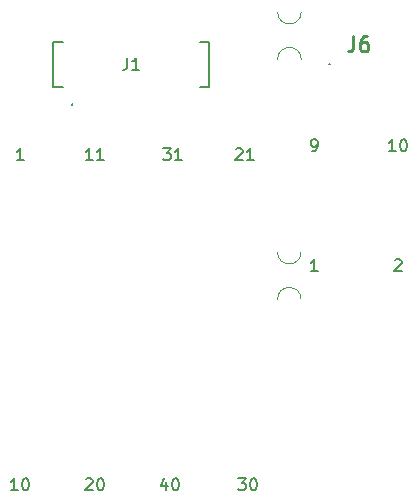
<source format=gbr>
%TF.GenerationSoftware,KiCad,Pcbnew,7.0.10*%
%TF.CreationDate,2024-02-11T00:06:51+01:00*%
%TF.ProjectId,ICOM-Internal-modules,49434f4d-2d49-46e7-9465-726e616c2d6d,rev?*%
%TF.SameCoordinates,Original*%
%TF.FileFunction,Legend,Top*%
%TF.FilePolarity,Positive*%
%FSLAX46Y46*%
G04 Gerber Fmt 4.6, Leading zero omitted, Abs format (unit mm)*
G04 Created by KiCad (PCBNEW 7.0.10) date 2024-02-11 00:06:51*
%MOMM*%
%LPD*%
G01*
G04 APERTURE LIST*
%ADD10C,0.150000*%
%ADD11C,0.254000*%
%ADD12C,0.200000*%
%ADD13C,0.100000*%
G04 APERTURE END LIST*
D10*
X101635160Y-62211057D02*
X101682779Y-62163438D01*
X101682779Y-62163438D02*
X101778017Y-62115819D01*
X101778017Y-62115819D02*
X102016112Y-62115819D01*
X102016112Y-62115819D02*
X102111350Y-62163438D01*
X102111350Y-62163438D02*
X102158969Y-62211057D01*
X102158969Y-62211057D02*
X102206588Y-62306295D01*
X102206588Y-62306295D02*
X102206588Y-62401533D01*
X102206588Y-62401533D02*
X102158969Y-62544390D01*
X102158969Y-62544390D02*
X101587541Y-63115819D01*
X101587541Y-63115819D02*
X102206588Y-63115819D01*
X76044588Y-53717819D02*
X75473160Y-53717819D01*
X75758874Y-53717819D02*
X75758874Y-52717819D01*
X75758874Y-52717819D02*
X75663636Y-52860676D01*
X75663636Y-52860676D02*
X75568398Y-52955914D01*
X75568398Y-52955914D02*
X75473160Y-53003533D01*
X76996969Y-53717819D02*
X76425541Y-53717819D01*
X76711255Y-53717819D02*
X76711255Y-52717819D01*
X76711255Y-52717819D02*
X76616017Y-52860676D01*
X76616017Y-52860676D02*
X76520779Y-52955914D01*
X76520779Y-52955914D02*
X76425541Y-53003533D01*
X88379541Y-80657819D02*
X88998588Y-80657819D01*
X88998588Y-80657819D02*
X88665255Y-81038771D01*
X88665255Y-81038771D02*
X88808112Y-81038771D01*
X88808112Y-81038771D02*
X88903350Y-81086390D01*
X88903350Y-81086390D02*
X88950969Y-81134009D01*
X88950969Y-81134009D02*
X88998588Y-81229247D01*
X88998588Y-81229247D02*
X88998588Y-81467342D01*
X88998588Y-81467342D02*
X88950969Y-81562580D01*
X88950969Y-81562580D02*
X88903350Y-81610200D01*
X88903350Y-81610200D02*
X88808112Y-81657819D01*
X88808112Y-81657819D02*
X88522398Y-81657819D01*
X88522398Y-81657819D02*
X88427160Y-81610200D01*
X88427160Y-81610200D02*
X88379541Y-81562580D01*
X89617636Y-80657819D02*
X89712874Y-80657819D01*
X89712874Y-80657819D02*
X89808112Y-80705438D01*
X89808112Y-80705438D02*
X89855731Y-80753057D01*
X89855731Y-80753057D02*
X89903350Y-80848295D01*
X89903350Y-80848295D02*
X89950969Y-81038771D01*
X89950969Y-81038771D02*
X89950969Y-81276866D01*
X89950969Y-81276866D02*
X89903350Y-81467342D01*
X89903350Y-81467342D02*
X89855731Y-81562580D01*
X89855731Y-81562580D02*
X89808112Y-81610200D01*
X89808112Y-81610200D02*
X89712874Y-81657819D01*
X89712874Y-81657819D02*
X89617636Y-81657819D01*
X89617636Y-81657819D02*
X89522398Y-81610200D01*
X89522398Y-81610200D02*
X89474779Y-81562580D01*
X89474779Y-81562580D02*
X89427160Y-81467342D01*
X89427160Y-81467342D02*
X89379541Y-81276866D01*
X89379541Y-81276866D02*
X89379541Y-81038771D01*
X89379541Y-81038771D02*
X89427160Y-80848295D01*
X89427160Y-80848295D02*
X89474779Y-80753057D01*
X89474779Y-80753057D02*
X89522398Y-80705438D01*
X89522398Y-80705438D02*
X89617636Y-80657819D01*
X94618398Y-52955819D02*
X94808874Y-52955819D01*
X94808874Y-52955819D02*
X94904112Y-52908200D01*
X94904112Y-52908200D02*
X94951731Y-52860580D01*
X94951731Y-52860580D02*
X95046969Y-52717723D01*
X95046969Y-52717723D02*
X95094588Y-52527247D01*
X95094588Y-52527247D02*
X95094588Y-52146295D01*
X95094588Y-52146295D02*
X95046969Y-52051057D01*
X95046969Y-52051057D02*
X94999350Y-52003438D01*
X94999350Y-52003438D02*
X94904112Y-51955819D01*
X94904112Y-51955819D02*
X94713636Y-51955819D01*
X94713636Y-51955819D02*
X94618398Y-52003438D01*
X94618398Y-52003438D02*
X94570779Y-52051057D01*
X94570779Y-52051057D02*
X94523160Y-52146295D01*
X94523160Y-52146295D02*
X94523160Y-52384390D01*
X94523160Y-52384390D02*
X94570779Y-52479628D01*
X94570779Y-52479628D02*
X94618398Y-52527247D01*
X94618398Y-52527247D02*
X94713636Y-52574866D01*
X94713636Y-52574866D02*
X94904112Y-52574866D01*
X94904112Y-52574866D02*
X94999350Y-52527247D01*
X94999350Y-52527247D02*
X95046969Y-52479628D01*
X95046969Y-52479628D02*
X95094588Y-52384390D01*
X88173160Y-52813057D02*
X88220779Y-52765438D01*
X88220779Y-52765438D02*
X88316017Y-52717819D01*
X88316017Y-52717819D02*
X88554112Y-52717819D01*
X88554112Y-52717819D02*
X88649350Y-52765438D01*
X88649350Y-52765438D02*
X88696969Y-52813057D01*
X88696969Y-52813057D02*
X88744588Y-52908295D01*
X88744588Y-52908295D02*
X88744588Y-53003533D01*
X88744588Y-53003533D02*
X88696969Y-53146390D01*
X88696969Y-53146390D02*
X88125541Y-53717819D01*
X88125541Y-53717819D02*
X88744588Y-53717819D01*
X89696969Y-53717819D02*
X89125541Y-53717819D01*
X89411255Y-53717819D02*
X89411255Y-52717819D01*
X89411255Y-52717819D02*
X89316017Y-52860676D01*
X89316017Y-52860676D02*
X89220779Y-52955914D01*
X89220779Y-52955914D02*
X89125541Y-53003533D01*
X70202588Y-53717819D02*
X69631160Y-53717819D01*
X69916874Y-53717819D02*
X69916874Y-52717819D01*
X69916874Y-52717819D02*
X69821636Y-52860676D01*
X69821636Y-52860676D02*
X69726398Y-52955914D01*
X69726398Y-52955914D02*
X69631160Y-53003533D01*
X75473160Y-80753057D02*
X75520779Y-80705438D01*
X75520779Y-80705438D02*
X75616017Y-80657819D01*
X75616017Y-80657819D02*
X75854112Y-80657819D01*
X75854112Y-80657819D02*
X75949350Y-80705438D01*
X75949350Y-80705438D02*
X75996969Y-80753057D01*
X75996969Y-80753057D02*
X76044588Y-80848295D01*
X76044588Y-80848295D02*
X76044588Y-80943533D01*
X76044588Y-80943533D02*
X75996969Y-81086390D01*
X75996969Y-81086390D02*
X75425541Y-81657819D01*
X75425541Y-81657819D02*
X76044588Y-81657819D01*
X76663636Y-80657819D02*
X76758874Y-80657819D01*
X76758874Y-80657819D02*
X76854112Y-80705438D01*
X76854112Y-80705438D02*
X76901731Y-80753057D01*
X76901731Y-80753057D02*
X76949350Y-80848295D01*
X76949350Y-80848295D02*
X76996969Y-81038771D01*
X76996969Y-81038771D02*
X76996969Y-81276866D01*
X76996969Y-81276866D02*
X76949350Y-81467342D01*
X76949350Y-81467342D02*
X76901731Y-81562580D01*
X76901731Y-81562580D02*
X76854112Y-81610200D01*
X76854112Y-81610200D02*
X76758874Y-81657819D01*
X76758874Y-81657819D02*
X76663636Y-81657819D01*
X76663636Y-81657819D02*
X76568398Y-81610200D01*
X76568398Y-81610200D02*
X76520779Y-81562580D01*
X76520779Y-81562580D02*
X76473160Y-81467342D01*
X76473160Y-81467342D02*
X76425541Y-81276866D01*
X76425541Y-81276866D02*
X76425541Y-81038771D01*
X76425541Y-81038771D02*
X76473160Y-80848295D01*
X76473160Y-80848295D02*
X76520779Y-80753057D01*
X76520779Y-80753057D02*
X76568398Y-80705438D01*
X76568398Y-80705438D02*
X76663636Y-80657819D01*
X69694588Y-81657819D02*
X69123160Y-81657819D01*
X69408874Y-81657819D02*
X69408874Y-80657819D01*
X69408874Y-80657819D02*
X69313636Y-80800676D01*
X69313636Y-80800676D02*
X69218398Y-80895914D01*
X69218398Y-80895914D02*
X69123160Y-80943533D01*
X70313636Y-80657819D02*
X70408874Y-80657819D01*
X70408874Y-80657819D02*
X70504112Y-80705438D01*
X70504112Y-80705438D02*
X70551731Y-80753057D01*
X70551731Y-80753057D02*
X70599350Y-80848295D01*
X70599350Y-80848295D02*
X70646969Y-81038771D01*
X70646969Y-81038771D02*
X70646969Y-81276866D01*
X70646969Y-81276866D02*
X70599350Y-81467342D01*
X70599350Y-81467342D02*
X70551731Y-81562580D01*
X70551731Y-81562580D02*
X70504112Y-81610200D01*
X70504112Y-81610200D02*
X70408874Y-81657819D01*
X70408874Y-81657819D02*
X70313636Y-81657819D01*
X70313636Y-81657819D02*
X70218398Y-81610200D01*
X70218398Y-81610200D02*
X70170779Y-81562580D01*
X70170779Y-81562580D02*
X70123160Y-81467342D01*
X70123160Y-81467342D02*
X70075541Y-81276866D01*
X70075541Y-81276866D02*
X70075541Y-81038771D01*
X70075541Y-81038771D02*
X70123160Y-80848295D01*
X70123160Y-80848295D02*
X70170779Y-80753057D01*
X70170779Y-80753057D02*
X70218398Y-80705438D01*
X70218398Y-80705438D02*
X70313636Y-80657819D01*
X82029541Y-52717819D02*
X82648588Y-52717819D01*
X82648588Y-52717819D02*
X82315255Y-53098771D01*
X82315255Y-53098771D02*
X82458112Y-53098771D01*
X82458112Y-53098771D02*
X82553350Y-53146390D01*
X82553350Y-53146390D02*
X82600969Y-53194009D01*
X82600969Y-53194009D02*
X82648588Y-53289247D01*
X82648588Y-53289247D02*
X82648588Y-53527342D01*
X82648588Y-53527342D02*
X82600969Y-53622580D01*
X82600969Y-53622580D02*
X82553350Y-53670200D01*
X82553350Y-53670200D02*
X82458112Y-53717819D01*
X82458112Y-53717819D02*
X82172398Y-53717819D01*
X82172398Y-53717819D02*
X82077160Y-53670200D01*
X82077160Y-53670200D02*
X82029541Y-53622580D01*
X83600969Y-53717819D02*
X83029541Y-53717819D01*
X83315255Y-53717819D02*
X83315255Y-52717819D01*
X83315255Y-52717819D02*
X83220017Y-52860676D01*
X83220017Y-52860676D02*
X83124779Y-52955914D01*
X83124779Y-52955914D02*
X83029541Y-53003533D01*
X101698588Y-52955819D02*
X101127160Y-52955819D01*
X101412874Y-52955819D02*
X101412874Y-51955819D01*
X101412874Y-51955819D02*
X101317636Y-52098676D01*
X101317636Y-52098676D02*
X101222398Y-52193914D01*
X101222398Y-52193914D02*
X101127160Y-52241533D01*
X102317636Y-51955819D02*
X102412874Y-51955819D01*
X102412874Y-51955819D02*
X102508112Y-52003438D01*
X102508112Y-52003438D02*
X102555731Y-52051057D01*
X102555731Y-52051057D02*
X102603350Y-52146295D01*
X102603350Y-52146295D02*
X102650969Y-52336771D01*
X102650969Y-52336771D02*
X102650969Y-52574866D01*
X102650969Y-52574866D02*
X102603350Y-52765342D01*
X102603350Y-52765342D02*
X102555731Y-52860580D01*
X102555731Y-52860580D02*
X102508112Y-52908200D01*
X102508112Y-52908200D02*
X102412874Y-52955819D01*
X102412874Y-52955819D02*
X102317636Y-52955819D01*
X102317636Y-52955819D02*
X102222398Y-52908200D01*
X102222398Y-52908200D02*
X102174779Y-52860580D01*
X102174779Y-52860580D02*
X102127160Y-52765342D01*
X102127160Y-52765342D02*
X102079541Y-52574866D01*
X102079541Y-52574866D02*
X102079541Y-52336771D01*
X102079541Y-52336771D02*
X102127160Y-52146295D01*
X102127160Y-52146295D02*
X102174779Y-52051057D01*
X102174779Y-52051057D02*
X102222398Y-52003438D01*
X102222398Y-52003438D02*
X102317636Y-51955819D01*
X82299350Y-80991152D02*
X82299350Y-81657819D01*
X82061255Y-80610200D02*
X81823160Y-81324485D01*
X81823160Y-81324485D02*
X82442207Y-81324485D01*
X83013636Y-80657819D02*
X83108874Y-80657819D01*
X83108874Y-80657819D02*
X83204112Y-80705438D01*
X83204112Y-80705438D02*
X83251731Y-80753057D01*
X83251731Y-80753057D02*
X83299350Y-80848295D01*
X83299350Y-80848295D02*
X83346969Y-81038771D01*
X83346969Y-81038771D02*
X83346969Y-81276866D01*
X83346969Y-81276866D02*
X83299350Y-81467342D01*
X83299350Y-81467342D02*
X83251731Y-81562580D01*
X83251731Y-81562580D02*
X83204112Y-81610200D01*
X83204112Y-81610200D02*
X83108874Y-81657819D01*
X83108874Y-81657819D02*
X83013636Y-81657819D01*
X83013636Y-81657819D02*
X82918398Y-81610200D01*
X82918398Y-81610200D02*
X82870779Y-81562580D01*
X82870779Y-81562580D02*
X82823160Y-81467342D01*
X82823160Y-81467342D02*
X82775541Y-81276866D01*
X82775541Y-81276866D02*
X82775541Y-81038771D01*
X82775541Y-81038771D02*
X82823160Y-80848295D01*
X82823160Y-80848295D02*
X82870779Y-80753057D01*
X82870779Y-80753057D02*
X82918398Y-80705438D01*
X82918398Y-80705438D02*
X83013636Y-80657819D01*
X95094588Y-63115819D02*
X94523160Y-63115819D01*
X94808874Y-63115819D02*
X94808874Y-62115819D01*
X94808874Y-62115819D02*
X94713636Y-62258676D01*
X94713636Y-62258676D02*
X94618398Y-62353914D01*
X94618398Y-62353914D02*
X94523160Y-62401533D01*
X78994666Y-45046819D02*
X78994666Y-45761104D01*
X78994666Y-45761104D02*
X78947047Y-45903961D01*
X78947047Y-45903961D02*
X78851809Y-45999200D01*
X78851809Y-45999200D02*
X78708952Y-46046819D01*
X78708952Y-46046819D02*
X78613714Y-46046819D01*
X79994666Y-46046819D02*
X79423238Y-46046819D01*
X79708952Y-46046819D02*
X79708952Y-45046819D01*
X79708952Y-45046819D02*
X79613714Y-45189676D01*
X79613714Y-45189676D02*
X79518476Y-45284914D01*
X79518476Y-45284914D02*
X79423238Y-45332533D01*
D11*
X98128667Y-43246318D02*
X98128667Y-44153461D01*
X98128667Y-44153461D02*
X98068190Y-44334889D01*
X98068190Y-44334889D02*
X97947238Y-44455842D01*
X97947238Y-44455842D02*
X97765809Y-44516318D01*
X97765809Y-44516318D02*
X97644857Y-44516318D01*
X99277714Y-43246318D02*
X99035809Y-43246318D01*
X99035809Y-43246318D02*
X98914857Y-43306794D01*
X98914857Y-43306794D02*
X98854381Y-43367270D01*
X98854381Y-43367270D02*
X98733428Y-43548699D01*
X98733428Y-43548699D02*
X98672952Y-43790603D01*
X98672952Y-43790603D02*
X98672952Y-44274413D01*
X98672952Y-44274413D02*
X98733428Y-44395365D01*
X98733428Y-44395365D02*
X98793905Y-44455842D01*
X98793905Y-44455842D02*
X98914857Y-44516318D01*
X98914857Y-44516318D02*
X99156762Y-44516318D01*
X99156762Y-44516318D02*
X99277714Y-44455842D01*
X99277714Y-44455842D02*
X99338190Y-44395365D01*
X99338190Y-44395365D02*
X99398667Y-44274413D01*
X99398667Y-44274413D02*
X99398667Y-43972032D01*
X99398667Y-43972032D02*
X99338190Y-43851080D01*
X99338190Y-43851080D02*
X99277714Y-43790603D01*
X99277714Y-43790603D02*
X99156762Y-43730127D01*
X99156762Y-43730127D02*
X98914857Y-43730127D01*
X98914857Y-43730127D02*
X98793905Y-43790603D01*
X98793905Y-43790603D02*
X98733428Y-43851080D01*
X98733428Y-43851080D02*
X98672952Y-43972032D01*
D12*
%TO.C,J1*%
X72728000Y-43692000D02*
X72728000Y-47492000D01*
X72728000Y-47492000D02*
X73528000Y-47492000D01*
X73528000Y-43692000D02*
X72728000Y-43692000D01*
X74328000Y-48992000D02*
X74328000Y-48992000D01*
X74328000Y-49092000D02*
X74328000Y-49092000D01*
X74328000Y-49092000D02*
X74328000Y-49092000D01*
X85128000Y-43692000D02*
X85928000Y-43692000D01*
X85928000Y-43692000D02*
X85928000Y-47492000D01*
X85928000Y-47492000D02*
X85128000Y-47492000D01*
X74328000Y-49092000D02*
G75*
G03*
X74328000Y-48992000I0J50000D01*
G01*
X74328000Y-49092000D02*
G75*
G03*
X74328000Y-48992000I0J50000D01*
G01*
X74328000Y-48992000D02*
G75*
G03*
X74328000Y-49092000I0J-50000D01*
G01*
D13*
%TO.C,mouse-bite-2mm-slot*%
X93698000Y-65500000D02*
G75*
G03*
X91698000Y-65500000I-1000000J0D01*
G01*
X91698000Y-61500000D02*
G75*
G03*
X93698000Y-61500000I1000000J0D01*
G01*
X93710000Y-45180000D02*
G75*
G03*
X91710000Y-45180000I-1000000J0D01*
G01*
X91710000Y-41180000D02*
G75*
G03*
X93710000Y-41180000I1000000J0D01*
G01*
D12*
%TO.C,J6*%
X96152000Y-45592000D02*
G75*
G03*
X96052000Y-45592000I-50000J0D01*
G01*
X96052000Y-45592000D02*
G75*
G03*
X96152000Y-45592000I50000J0D01*
G01*
%TD*%
M02*

</source>
